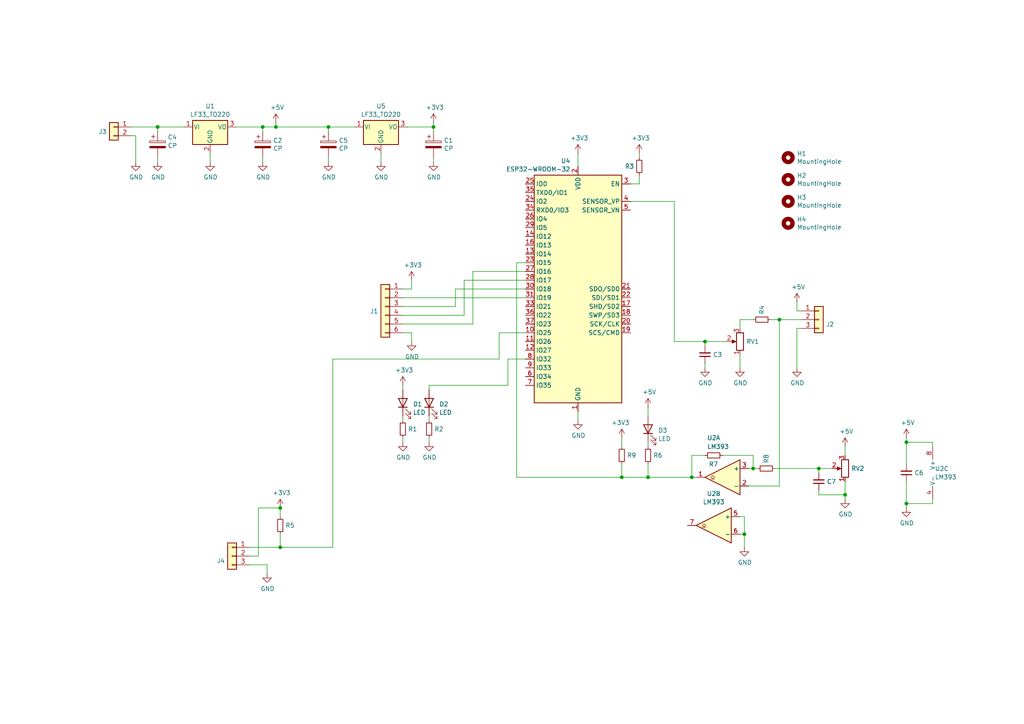
<source format=kicad_sch>
(kicad_sch (version 20230121) (generator eeschema)
  (paper "A4")
  (lib_symbols
    (symbol "Comparator:LM393" (pin_names (offset 0.127))
      (property "Reference" "U" (at 3.81 3.81 0))
      (property "Value" "LM393" (at 6.35 -3.81 0))
      (symbol "LM393_1_1"
        (polyline (pts (xy -5.08 5.08) (xy 5.08 0) (xy -5.08 -5.08) (xy -5.08 5.08)) (stroke (width 0.254)) (fill (type background)))
        (polyline (pts (xy 3.302 -0.508) (xy 2.794 -0.508) (xy 3.302 0) (xy 2.794 0.508) (xy 2.286 0) (xy 2.794 -0.508) (xy 2.286 -0.508)) (stroke (width 0.127)))
        (pin open_collector line (at 7.62 0 180) (length 2.54) (name "~") (number "1"))
        (pin input line (at -7.62 -2.54 0) (length 2.54) (name "-") (number "2"))
        (pin input line (at -7.62 2.54 0) (length 2.54) (name "+") (number "3"))
      )
      (symbol "LM393_2_1"
        (polyline (pts (xy -5.08 5.08) (xy 5.08 0) (xy -5.08 -5.08) (xy -5.08 5.08)) (stroke (width 0.254)) (fill (type background)))
        (polyline (pts (xy 3.302 -0.508) (xy 2.794 -0.508) (xy 3.302 0) (xy 2.794 0.508) (xy 2.286 0) (xy 2.794 -0.508) (xy 2.286 -0.508)) (stroke (width 0.127)))
        (pin input line (at -7.62 2.54 0) (length 2.54) (name "+") (number "5"))
        (pin input line (at -7.62 -2.54 0) (length 2.54) (name "-") (number "6"))
        (pin open_collector line (at 7.62 0 180) (length 2.54) (name "~") (number "7"))
      )
      (symbol "LM393_3_1"
        (pin power_in line (at -2.54 -7.62 90) (length 3.81) (name "V-") (number "4"))
        (pin power_in line (at -2.54 7.62 270) (length 3.81) (name "V+") (number "8"))
      )
    )
    (symbol "Connector_Generic:Conn_01x02" (pin_names (offset 1.016) hide)
      (property "Reference" "J" (at 0 2.54 0))
      (property "Value" "Conn_01x02" (at 0 -5.08 0))
      (symbol "Conn_01x02_1_1"
        (rectangle (start -1.27 -2.413) (end 0 -2.667) (stroke (width 0.1524)))
        (rectangle (start -1.27 0.127) (end 0 -0.127) (stroke (width 0.1524)))
        (rectangle (start -1.27 1.27) (end 1.27 -3.81) (stroke (width 0.254)) (fill (type background)))
        (pin passive line (at -5.08 0 0) (length 3.81) (name "Pin_1") (number "1"))
        (pin passive line (at -5.08 -2.54 0) (length 3.81) (name "Pin_2") (number "2"))
      )
    )
    (symbol "Connector_Generic:Conn_01x03" (pin_names (offset 1.016) hide)
      (property "Reference" "J" (at 0 5.08 0))
      (property "Value" "Conn_01x03" (at 0 -5.08 0))
      (symbol "Conn_01x03_1_1"
        (rectangle (start -1.27 -2.413) (end 0 -2.667) (stroke (width 0.1524)))
        (rectangle (start -1.27 0.127) (end 0 -0.127) (stroke (width 0.1524)))
        (rectangle (start -1.27 2.667) (end 0 2.413) (stroke (width 0.1524)))
        (rectangle (start -1.27 3.81) (end 1.27 -3.81) (stroke (width 0.254)) (fill (type background)))
        (pin passive line (at -5.08 2.54 0) (length 3.81) (name "Pin_1") (number "1"))
        (pin passive line (at -5.08 0 0) (length 3.81) (name "Pin_2") (number "2"))
        (pin passive line (at -5.08 -2.54 0) (length 3.81) (name "Pin_3") (number "3"))
      )
    )
    (symbol "Connector_Generic:Conn_01x06" (pin_names (offset 1.016) hide)
      (property "Reference" "J" (at 0 7.62 0))
      (property "Value" "Conn_01x06" (at 0 -10.16 0))
      (symbol "Conn_01x06_1_1"
        (rectangle (start -1.27 -7.493) (end 0 -7.747) (stroke (width 0.1524)))
        (rectangle (start -1.27 -4.953) (end 0 -5.207) (stroke (width 0.1524)))
        (rectangle (start -1.27 -2.413) (end 0 -2.667) (stroke (width 0.1524)))
        (rectangle (start -1.27 0.127) (end 0 -0.127) (stroke (width 0.1524)))
        (rectangle (start -1.27 2.667) (end 0 2.413) (stroke (width 0.1524)))
        (rectangle (start -1.27 5.207) (end 0 4.953) (stroke (width 0.1524)))
        (rectangle (start -1.27 6.35) (end 1.27 -8.89) (stroke (width 0.254)) (fill (type background)))
        (pin passive line (at -5.08 5.08 0) (length 3.81) (name "Pin_1") (number "1"))
        (pin passive line (at -5.08 2.54 0) (length 3.81) (name "Pin_2") (number "2"))
        (pin passive line (at -5.08 0 0) (length 3.81) (name "Pin_3") (number "3"))
        (pin passive line (at -5.08 -2.54 0) (length 3.81) (name "Pin_4") (number "4"))
        (pin passive line (at -5.08 -5.08 0) (length 3.81) (name "Pin_5") (number "5"))
        (pin passive line (at -5.08 -7.62 0) (length 3.81) (name "Pin_6") (number "6"))
      )
    )
    (symbol "Device:CP" (pin_numbers hide) (pin_names (offset 0.254))
      (property "Reference" "C" (at 0.635 2.54 0))
      (property "Value" "Device_CP" (at 0.635 -2.54 0))
      (symbol "CP_0_1"
        (rectangle (start -2.286 0.508) (end 2.286 1.016))
        (polyline (pts (xy -1.778 2.286) (xy -0.762 2.286)))
        (polyline (pts (xy -1.27 2.794) (xy -1.27 1.778)))
        (rectangle (start 2.286 -0.508) (end -2.286 -1.016) (fill (type outline)))
      )
      (symbol "CP_1_1"
        (pin passive line (at 0 3.81 270) (length 2.794) (name "~") (number "1"))
        (pin passive line (at 0 -3.81 90) (length 2.794) (name "~") (number "2"))
      )
    )
    (symbol "Device:C_Polarized" (pin_numbers hide) (pin_names (offset 0.254))
      (property "Reference" "C" (at 0.635 2.54 0))
      (property "Value" "C_Polarized" (at 0.635 -2.54 0))
      (symbol "C_Polarized_0_1"
        (rectangle (start -2.286 0.508) (end 2.286 1.016))
        (polyline (pts (xy -1.778 2.286) (xy -0.762 2.286)))
        (polyline (pts (xy -1.27 2.794) (xy -1.27 1.778)))
        (rectangle (start 2.286 -0.508) (end -2.286 -1.016) (fill (type outline)))
      )
      (symbol "C_Polarized_1_1"
        (pin passive line (at 0 3.81 270) (length 2.794) (name "~") (number "1"))
        (pin passive line (at 0 -3.81 90) (length 2.794) (name "~") (number "2"))
      )
    )
    (symbol "Device:C_Small" (pin_numbers hide) (pin_names (offset 0.254) hide)
      (property "Reference" "C" (at 0.254 1.778 0))
      (property "Value" "C_Small" (at 0.254 -2.032 0))
      (symbol "C_Small_0_1"
        (polyline (pts (xy -1.524 -0.508) (xy 1.524 -0.508)) (stroke (width 0.3302)))
        (polyline (pts (xy -1.524 0.508) (xy 1.524 0.508)) (stroke (width 0.3048)))
      )
      (symbol "C_Small_1_1"
        (pin passive line (at 0 2.54 270) (length 2.032) (name "~") (number "1"))
        (pin passive line (at 0 -2.54 90) (length 2.032) (name "~") (number "2"))
      )
    )
    (symbol "Device:LED" (pin_numbers hide) (pin_names (offset 1.016) hide)
      (property "Reference" "D" (at 0 2.54 0))
      (property "Value" "LED" (at 0 -2.54 0))
      (symbol "LED_0_1"
        (polyline (pts (xy -1.27 -1.27) (xy -1.27 1.27)) (stroke (width 0.254)))
        (polyline (pts (xy -1.27 0) (xy 1.27 0)))
        (polyline (pts (xy 1.27 -1.27) (xy 1.27 1.27) (xy -1.27 0) (xy 1.27 -1.27)) (stroke (width 0.254)))
        (polyline (pts (xy -3.048 -0.762) (xy -4.572 -2.286) (xy -3.81 -2.286) (xy -4.572 -2.286) (xy -4.572 -1.524)))
        (polyline (pts (xy -1.778 -0.762) (xy -3.302 -2.286) (xy -2.54 -2.286) (xy -3.302 -2.286) (xy -3.302 -1.524)))
      )
      (symbol "LED_1_1"
        (pin passive line (at -3.81 0 0) (length 2.54) (name "K") (number "1"))
        (pin passive line (at 3.81 0 180) (length 2.54) (name "A") (number "2"))
      )
    )
    (symbol "Device:R_Potentiometer" (pin_names (offset 1.016) hide)
      (property "Reference" "RV" (at -4.445 0 90))
      (property "Value" "R_Potentiometer" (at -2.54 0 90))
      (symbol "R_Potentiometer_0_1"
        (polyline (pts (xy 2.54 0) (xy 1.524 0)))
        (polyline (pts (xy 1.143 0) (xy 2.286 0.508) (xy 2.286 -0.508) (xy 1.143 0)) (fill (type outline)))
        (rectangle (start 1.016 2.54) (end -1.016 -2.54) (stroke (width 0.254)))
      )
      (symbol "R_Potentiometer_1_1"
        (pin passive line (at 0 3.81 270) (length 1.27) (name "1") (number "1"))
        (pin passive line (at 3.81 0 180) (length 1.27) (name "2") (number "2"))
        (pin passive line (at 0 -3.81 90) (length 1.27) (name "3") (number "3"))
      )
    )
    (symbol "Device:R_Small" (pin_numbers hide) (pin_names (offset 0.254) hide)
      (property "Reference" "R" (at 0.762 0.508 0))
      (property "Value" "R_Small" (at 0.762 -1.016 0))
      (symbol "R_Small_0_1"
        (rectangle (start -0.762 1.778) (end 0.762 -1.778) (stroke (width 0.2032)))
      )
      (symbol "R_Small_1_1"
        (pin passive line (at 0 2.54 270) (length 0.762) (name "~") (number "1"))
        (pin passive line (at 0 -2.54 90) (length 0.762) (name "~") (number "2"))
      )
    )
    (symbol "Mechanical:MountingHole" (pin_names (offset 1.016))
      (property "Reference" "H" (at 0 5.08 0))
      (property "Value" "MountingHole" (at 0 3.175 0))
      (symbol "MountingHole_0_1"
        (circle (center 0 0) (radius 1.27) (stroke (width 1.27)))
      )
    )
    (symbol "RF_Module:ESP32-WROOM-32"
      (property "Reference" "U" (at -12.7 34.29 0))
      (property "Value" "ESP32-WROOM-32" (at 1.27 34.29 0))
      (symbol "ESP32-WROOM-32_0_1"
        (rectangle (start -12.7 33.02) (end 12.7 -33.02) (stroke (width 0.254)) (fill (type background)))
      )
      (symbol "ESP32-WROOM-32_1_1"
        (pin power_in line (at 0 -35.56 90) (length 2.54) (name "GND") (number "1"))
        (pin bidirectional line (at 15.24 -12.7 180) (length 2.54) (name "IO25") (number "10"))
        (pin bidirectional line (at 15.24 -15.24 180) (length 2.54) (name "IO26") (number "11"))
        (pin bidirectional line (at 15.24 -17.78 180) (length 2.54) (name "IO27") (number "12"))
        (pin bidirectional line (at 15.24 10.16 180) (length 2.54) (name "IO14") (number "13"))
        (pin bidirectional line (at 15.24 15.24 180) (length 2.54) (name "IO12") (number "14"))
        (pin passive line (at 0 -35.56 90) (length 2.54) hide (name "GND") (number "15"))
        (pin bidirectional line (at 15.24 12.7 180) (length 2.54) (name "IO13") (number "16"))
        (pin bidirectional line (at -15.24 -5.08 0) (length 2.54) (name "SHD/SD2") (number "17"))
        (pin bidirectional line (at -15.24 -7.62 0) (length 2.54) (name "SWP/SD3") (number "18"))
        (pin bidirectional line (at -15.24 -12.7 0) (length 2.54) (name "SCS/CMD") (number "19"))
        (pin power_in line (at 0 35.56 270) (length 2.54) (name "VDD") (number "2"))
        (pin bidirectional line (at -15.24 -10.16 0) (length 2.54) (name "SCK/CLK") (number "20"))
        (pin bidirectional line (at -15.24 0 0) (length 2.54) (name "SDO/SD0") (number "21"))
        (pin bidirectional line (at -15.24 -2.54 0) (length 2.54) (name "SDI/SD1") (number "22"))
        (pin bidirectional line (at 15.24 7.62 180) (length 2.54) (name "IO15") (number "23"))
        (pin bidirectional line (at 15.24 25.4 180) (length 2.54) (name "IO2") (number "24"))
        (pin bidirectional line (at 15.24 30.48 180) (length 2.54) (name "IO0") (number "25"))
        (pin bidirectional line (at 15.24 20.32 180) (length 2.54) (name "IO4") (number "26"))
        (pin bidirectional line (at 15.24 5.08 180) (length 2.54) (name "IO16") (number "27"))
        (pin bidirectional line (at 15.24 2.54 180) (length 2.54) (name "IO17") (number "28"))
        (pin bidirectional line (at 15.24 17.78 180) (length 2.54) (name "IO5") (number "29"))
        (pin input line (at -15.24 30.48 0) (length 2.54) (name "EN") (number "3"))
        (pin bidirectional line (at 15.24 0 180) (length 2.54) (name "IO18") (number "30"))
        (pin bidirectional line (at 15.24 -2.54 180) (length 2.54) (name "IO19") (number "31"))
        (pin no_connect line (at -12.7 -27.94 0) (length 2.54) hide (name "NC") (number "32"))
        (pin bidirectional line (at 15.24 -5.08 180) (length 2.54) (name "IO21") (number "33"))
        (pin bidirectional line (at 15.24 22.86 180) (length 2.54) (name "RXD0/IO3") (number "34"))
        (pin bidirectional line (at 15.24 27.94 180) (length 2.54) (name "TXD0/IO1") (number "35"))
        (pin bidirectional line (at 15.24 -7.62 180) (length 2.54) (name "IO22") (number "36"))
        (pin bidirectional line (at 15.24 -10.16 180) (length 2.54) (name "IO23") (number "37"))
        (pin passive line (at 0 -35.56 90) (length 2.54) hide (name "GND") (number "38"))
        (pin passive line (at 0 -35.56 90) (length 2.54) hide (name "GND") (number "39"))
        (pin input line (at -15.24 25.4 0) (length 2.54) (name "SENSOR_VP") (number "4"))
        (pin input line (at -15.24 22.86 0) (length 2.54) (name "SENSOR_VN") (number "5"))
        (pin input line (at 15.24 -25.4 180) (length 2.54) (name "IO34") (number "6"))
        (pin input line (at 15.24 -27.94 180) (length 2.54) (name "IO35") (number "7"))
        (pin bidirectional line (at 15.24 -20.32 180) (length 2.54) (name "IO32") (number "8"))
        (pin bidirectional line (at 15.24 -22.86 180) (length 2.54) (name "IO33") (number "9"))
      )
    )
    (symbol "Regulator_Linear:LF33_TO220" (pin_names (offset 0.254))
      (property "Reference" "U" (at -3.81 3.175 0))
      (property "Value" "LF33_TO220" (at 0 3.175 0))
      (symbol "LF33_TO220_0_1"
        (rectangle (start -5.08 1.905) (end 5.08 -5.08) (stroke (width 0.254)) (fill (type background)))
      )
      (symbol "LF33_TO220_1_1"
        (pin power_in line (at -7.62 0 0) (length 2.54) (name "VI") (number "1"))
        (pin power_in line (at 0 -7.62 90) (length 2.54) (name "GND") (number "2"))
        (pin power_out line (at 7.62 0 180) (length 2.54) (name "VO") (number "3"))
      )
    )
    (symbol "power:+3V3" (power) (pin_names (offset 0))
      (property "Value" "+3V3" (at 0 3.556 0))
      (symbol "+3V3_0_1"
        (polyline (pts (xy -0.762 1.27) (xy 0 2.54)))
        (polyline (pts (xy 0 0) (xy 0 2.54)))
        (polyline (pts (xy 0 2.54) (xy 0.762 1.27)))
      )
      (symbol "+3V3_1_1"
        (pin power_in line (at 0 0 90) (length 0) hide (name "+3V3") (number "1"))
      )
    )
    (symbol "power:+5V" (power) (pin_names (offset 0))
      (property "Value" "+5V" (at 0 3.556 0))
      (symbol "+5V_0_1"
        (polyline (pts (xy -0.762 1.27) (xy 0 2.54)))
        (polyline (pts (xy 0 0) (xy 0 2.54)))
        (polyline (pts (xy 0 2.54) (xy 0.762 1.27)))
      )
      (symbol "+5V_1_1"
        (pin power_in line (at 0 0 90) (length 0) hide (name "+5V") (number "1"))
      )
    )
    (symbol "power:GND" (power) (pin_names (offset 0))
      (property "Value" "GND" (at 0 -3.81 0))
      (symbol "GND_0_1"
        (polyline (pts (xy 0 0) (xy 0 -1.27) (xy 1.27 -1.27) (xy 0 -2.54) (xy -1.27 -1.27) (xy 0 -1.27)))
      )
      (symbol "GND_1_1"
        (pin power_in line (at 0 0 270) (length 0) hide (name "GND") (number "1"))
      )
    )
  )
  (junction (at 95.25 36.83))
  (junction (at 125.73 36.83))
  (junction (at 226.06 92.71))
  (junction (at 200.66 138.43))
  (junction (at 204.47 99.06))
  (junction (at 45.72 36.83))
  (junction (at 76.2 36.83))
  (junction (at 81.28 147.32))
  (junction (at 237.49 135.89))
  (junction (at 245.11 143.51))
  (junction (at 81.28 158.75))
  (junction (at 80.01 36.83))
  (junction (at 218.44 135.89))
  (junction (at 180.34 138.43))
  (junction (at 262.89 146.05))
  (junction (at 187.96 138.43))
  (junction (at 215.9 154.94))
  (junction (at 262.89 128.27))
  (wire (pts (xy 137.16 78.74) (xy 152.4 78.74)))
  (wire (pts (xy 134.62 91.44) (xy 134.62 81.28)))
  (wire (pts (xy 81.28 158.75) (xy 96.52 158.75)))
  (wire (pts (xy 245.11 143.51) (xy 245.11 144.78)))
  (wire (pts (xy 77.47 163.83) (xy 77.47 166.37)))
  (wire (pts (xy 116.84 96.52) (xy 119.38 96.52)))
  (wire (pts (xy 185.42 50.8) (xy 185.42 53.34)))
  (wire (pts (xy 147.32 104.14) (xy 147.32 111.76)))
  (wire (pts (xy 144.78 96.52) (xy 144.78 104.14)))
  (wire (pts (xy 95.25 45.72) (xy 95.25 46.99)))
  (wire (pts (xy 96.52 104.14) (xy 96.52 158.75)))
  (wire (pts (xy 185.42 53.34) (xy 182.88 53.34)))
  (wire (pts (xy 147.32 111.76) (xy 124.46 111.76)))
  (wire (pts (xy 39.37 39.37) (xy 38.1 39.37)))
  (wire (pts (xy 118.11 36.83) (xy 125.73 36.83)))
  (wire (pts (xy 245.11 139.7) (xy 245.11 143.51)))
  (wire (pts (xy 231.14 87.63) (xy 231.14 90.17)))
  (wire (pts (xy 270.51 146.05) (xy 270.51 144.78)))
  (wire (pts (xy 214.63 95.25) (xy 214.63 92.71)))
  (wire (pts (xy 209.55 132.08) (xy 218.44 132.08)))
  (wire (pts (xy 231.14 90.17) (xy 232.41 90.17)))
  (wire (pts (xy 226.06 140.97) (xy 217.17 140.97)))
  (wire (pts (xy 270.51 128.27) (xy 270.51 129.54)))
  (wire (pts (xy 110.49 44.45) (xy 110.49 46.99)))
  (wire (pts (xy 72.39 163.83) (xy 77.47 163.83)))
  (wire (pts (xy 95.25 36.83) (xy 80.01 36.83)))
  (wire (pts (xy 76.2 45.72) (xy 76.2 46.99)))
  (wire (pts (xy 124.46 120.65) (xy 124.46 121.92)))
  (wire (pts (xy 116.84 88.9) (xy 132.08 88.9)))
  (wire (pts (xy 134.62 81.28) (xy 152.4 81.28)))
  (wire (pts (xy 68.58 36.83) (xy 76.2 36.83)))
  (wire (pts (xy 245.11 129.54) (xy 245.11 132.08)))
  (wire (pts (xy 218.44 135.89) (xy 219.71 135.89)))
  (wire (pts (xy 74.93 147.32) (xy 81.28 147.32)))
  (wire (pts (xy 204.47 99.06) (xy 204.47 100.33)))
  (wire (pts (xy 214.63 92.71) (xy 218.44 92.71)))
  (wire (pts (xy 204.47 105.41) (xy 204.47 106.68)))
  (wire (pts (xy 144.78 104.14) (xy 96.52 104.14)))
  (wire (pts (xy 262.89 128.27) (xy 262.89 134.62)))
  (wire (pts (xy 116.84 111.76) (xy 116.84 113.03)))
  (wire (pts (xy 204.47 132.08) (xy 200.66 132.08)))
  (wire (pts (xy 262.89 128.27) (xy 270.51 128.27)))
  (wire (pts (xy 185.42 44.45) (xy 185.42 45.72)))
  (wire (pts (xy 125.73 36.83) (xy 125.73 38.1)))
  (wire (pts (xy 72.39 161.29) (xy 74.93 161.29)))
  (wire (pts (xy 226.06 92.71) (xy 232.41 92.71)))
  (wire (pts (xy 116.84 120.65) (xy 116.84 121.92)))
  (wire (pts (xy 76.2 36.83) (xy 80.01 36.83)))
  (wire (pts (xy 237.49 143.51) (xy 245.11 143.51)))
  (wire (pts (xy 38.1 36.83) (xy 45.72 36.83)))
  (wire (pts (xy 187.96 134.62) (xy 187.96 138.43)))
  (wire (pts (xy 45.72 36.83) (xy 45.72 38.1)))
  (wire (pts (xy 116.84 91.44) (xy 134.62 91.44)))
  (wire (pts (xy 262.89 146.05) (xy 270.51 146.05)))
  (wire (pts (xy 124.46 127) (xy 124.46 128.27)))
  (wire (pts (xy 218.44 132.08) (xy 218.44 135.89)))
  (wire (pts (xy 215.9 158.75) (xy 215.9 154.94)))
  (wire (pts (xy 237.49 142.24) (xy 237.49 143.51)))
  (wire (pts (xy 214.63 102.87) (xy 214.63 106.68)))
  (wire (pts (xy 132.08 83.82) (xy 132.08 88.9)))
  (wire (pts (xy 152.4 104.14) (xy 147.32 104.14)))
  (wire (pts (xy 60.96 44.45) (xy 60.96 46.99)))
  (wire (pts (xy 72.39 158.75) (xy 81.28 158.75)))
  (wire (pts (xy 231.14 95.25) (xy 232.41 95.25)))
  (wire (pts (xy 200.66 138.43) (xy 201.93 138.43)))
  (wire (pts (xy 119.38 83.82) (xy 116.84 83.82)))
  (wire (pts (xy 152.4 83.82) (xy 132.08 83.82)))
  (wire (pts (xy 125.73 45.72) (xy 125.73 46.99)))
  (wire (pts (xy 262.89 127) (xy 262.89 128.27)))
  (wire (pts (xy 215.9 149.86) (xy 215.9 154.94)))
  (wire (pts (xy 167.64 44.45) (xy 167.64 48.26)))
  (wire (pts (xy 152.4 96.52) (xy 144.78 96.52)))
  (wire (pts (xy 102.87 36.83) (xy 95.25 36.83)))
  (wire (pts (xy 182.88 58.42) (xy 195.58 58.42)))
  (wire (pts (xy 137.16 78.74) (xy 137.16 93.98)))
  (wire (pts (xy 80.01 36.83) (xy 80.01 35.56)))
  (wire (pts (xy 241.3 135.89) (xy 237.49 135.89)))
  (wire (pts (xy 149.86 138.43) (xy 180.34 138.43)))
  (wire (pts (xy 124.46 111.76) (xy 124.46 113.03)))
  (wire (pts (xy 223.52 92.71) (xy 226.06 92.71)))
  (wire (pts (xy 226.06 92.71) (xy 226.06 140.97)))
  (wire (pts (xy 204.47 99.06) (xy 210.82 99.06)))
  (wire (pts (xy 224.79 135.89) (xy 237.49 135.89)))
  (wire (pts (xy 167.64 121.92) (xy 167.64 119.38)))
  (wire (pts (xy 180.34 138.43) (xy 187.96 138.43)))
  (wire (pts (xy 187.96 128.27) (xy 187.96 129.54)))
  (wire (pts (xy 45.72 36.83) (xy 53.34 36.83)))
  (wire (pts (xy 81.28 147.32) (xy 81.28 149.86)))
  (wire (pts (xy 195.58 99.06) (xy 204.47 99.06)))
  (wire (pts (xy 187.96 138.43) (xy 200.66 138.43)))
  (wire (pts (xy 214.63 149.86) (xy 215.9 149.86)))
  (wire (pts (xy 116.84 86.36) (xy 152.4 86.36)))
  (wire (pts (xy 200.66 132.08) (xy 200.66 138.43)))
  (wire (pts (xy 45.72 45.72) (xy 45.72 46.99)))
  (wire (pts (xy 95.25 36.83) (xy 95.25 38.1)))
  (wire (pts (xy 76.2 36.83) (xy 76.2 38.1)))
  (wire (pts (xy 215.9 154.94) (xy 214.63 154.94)))
  (wire (pts (xy 137.16 93.98) (xy 116.84 93.98)))
  (wire (pts (xy 74.93 147.32) (xy 74.93 161.29)))
  (wire (pts (xy 39.37 46.99) (xy 39.37 39.37)))
  (wire (pts (xy 180.34 134.62) (xy 180.34 138.43)))
  (wire (pts (xy 187.96 118.11) (xy 187.96 120.65)))
  (wire (pts (xy 149.86 76.2) (xy 149.86 138.43)))
  (wire (pts (xy 231.14 106.68) (xy 231.14 95.25)))
  (wire (pts (xy 217.17 135.89) (xy 218.44 135.89)))
  (wire (pts (xy 237.49 135.89) (xy 237.49 137.16)))
  (wire (pts (xy 125.73 35.56) (xy 125.73 36.83)))
  (wire (pts (xy 195.58 58.42) (xy 195.58 99.06)))
  (wire (pts (xy 180.34 127) (xy 180.34 129.54)))
  (wire (pts (xy 119.38 81.28) (xy 119.38 83.82)))
  (wire (pts (xy 262.89 139.7) (xy 262.89 146.05)))
  (wire (pts (xy 81.28 158.75) (xy 81.28 154.94)))
  (wire (pts (xy 262.89 147.32) (xy 262.89 146.05)))
  (wire (pts (xy 149.86 76.2) (xy 152.4 76.2)))
  (wire (pts (xy 119.38 96.52) (xy 119.38 99.06)))
  (wire (pts (xy 116.84 127) (xy 116.84 128.27)))
  (symbol (lib_id "power:GND") (at 167.64 121.92 0) (unit 1)
    (property "Reference" "#PWR026" (effects hide))
    (property "Value" "GND" (at 167.767 126.3142 0))
  )
  (symbol (lib_id "Mechanical:MountingHole") (at 228.6 45.72 0) (unit 1)
    (property "Reference" "H1" (at 231.14 44.5516 0) (effects (justify left)))
    (property "Value" "MountingHole" (at 231.14 46.863 0) (effects (justify left)))
    (property "Footprint" "MountingHole:MountingHole_3.2mm_M3_Pad_Via" (effects hide))
  )
  (symbol (lib_id "Mechanical:MountingHole") (at 228.6 52.07 0) (unit 1)
    (property "Reference" "H2" (at 231.14 50.9016 0) (effects (justify left)))
    (property "Value" "MountingHole" (at 231.14 53.213 0) (effects (justify left)))
    (property "Footprint" "MountingHole:MountingHole_3.2mm_M3_Pad_Via" (effects hide))
  )
  (symbol (lib_id "Mechanical:MountingHole") (at 228.6 58.42 0) (unit 1)
    (property "Reference" "H3" (at 231.14 57.2516 0) (effects (justify left)))
    (property "Value" "MountingHole" (at 231.14 59.563 0) (effects (justify left)))
    (property "Footprint" "MountingHole:MountingHole_3.2mm_M3_Pad_Via" (effects hide))
  )
  (symbol (lib_id "Mechanical:MountingHole") (at 228.6 64.77 0) (unit 1)
    (property "Reference" "H4" (at 231.14 63.6016 0) (effects (justify left)))
    (property "Value" "MountingHole" (at 231.14 65.913 0) (effects (justify left)))
    (property "Footprint" "MountingHole:MountingHole_3.2mm_M3_Pad_Via" (effects hide))
  )
  (symbol (lib_id "Device:R_Small") (at 116.84 124.46 0) (unit 1)
    (property "Reference" "R1" (at 118.3386 124.46 0) (effects (justify left)))
    (property "Value" "R_Small" (effects hide))
    (property "Footprint" "Resistor_THT:R_Axial_DIN0207_L6.3mm_D2.5mm_P10.16mm_Horizontal" (effects hide))
  )
  (symbol (lib_id "power:GND") (at 60.96 46.99 0) (unit 1)
    (property "Reference" "#PWR05" (effects hide))
    (property "Value" "GND" (at 61.087 51.3842 0))
  )
  (symbol (lib_id "power:GND") (at 39.37 46.99 0) (unit 1)
    (property "Reference" "#PWR021" (effects hide))
    (property "Value" "GND" (at 39.497 51.3842 0))
  )
  (symbol (lib_id "Connector_Generic:Conn_01x06") (at 111.76 88.9 0) (mirror y) (unit 1)
    (property "Reference" "J1" (at 109.728 90.2716 0) (effects (justify left)))
    (property "Value" "Conn_01x04" (effects hide))
    (property "Footprint" "Connector_JST:JST_XH_B6B-XH-A_1x06_P2.50mm_Vertical" (effects hide))
  )
  (symbol (lib_id "Regulator_Linear:LF33_TO220") (at 110.49 36.83 0) (unit 1)
    (property "Reference" "U5" (at 110.49 30.7807 0))
    (property "Value" "LF33_TO220" (at 110.49 33.2049 0))
    (property "Footprint" "Package_TO_SOT_THT:TO-220-3_Vertical" (effects hide))
    (property "Datasheet" "http://www.st.com/content/ccc/resource/technical/document/datasheet/c4/0e/7e/2a/be/bc/4c/bd/CD00000546.pdf/files/CD00000546.pdf/jcr:content/translations/en.CD00000546.pdf" (effects hide))
  )
  (symbol (lib_id "Device:CP") (at 95.25 41.91 0) (unit 1)
    (property "Reference" "C5" (at 98.2472 40.7416 0) (effects (justify left)))
    (property "Value" "CP" (at 98.2472 43.053 0) (effects (justify left)))
    (property "Footprint" "Capacitor_THT:CP_Radial_D8.0mm_P2.50mm" (effects hide))
  )
  (symbol (lib_id "Regulator_Linear:LF33_TO220") (at 60.96 36.83 0) (unit 1)
    (property "Reference" "U1" (at 60.96 30.7807 0))
    (property "Value" "LF33_TO220" (at 60.96 33.2049 0))
    (property "Footprint" "Package_TO_SOT_THT:TO-220-3_Vertical" (effects hide))
    (property "Datasheet" "http://www.st.com/content/ccc/resource/technical/document/datasheet/c4/0e/7e/2a/be/bc/4c/bd/CD00000546.pdf/files/CD00000546.pdf/jcr:content/translations/en.CD00000546.pdf" (effects hide))
  )
  (symbol (lib_id "power:GND") (at 215.9 158.75 0) (unit 1)
    (property "Reference" "#PWR030" (effects hide))
    (property "Value" "GND" (at 216.027 163.1442 0))
  )
  (symbol (lib_id "Device:R_Small") (at 207.01 132.08 90) (unit 1)
    (property "Reference" "R7" (at 208.28 134.62 90) (effects (justify left)))
    (property "Value" "R_Small" (effects hide))
    (property "Footprint" "Resistor_THT:R_Axial_DIN0207_L6.3mm_D2.5mm_P10.16mm_Horizontal" (effects hide))
  )
  (symbol (lib_id "power:+3V3") (at 125.73 35.56 0) (unit 1)
    (property "Reference" "#PWR012" (effects hide))
    (property "Value" "+3V3" (at 126.111 31.1658 0))
  )
  (symbol (lib_id "Device:R_Small") (at 222.25 135.89 90) (unit 1)
    (property "Reference" "R8" (at 222.25 134.3914 0) (effects (justify left)))
    (property "Value" "R_Small" (effects hide))
    (property "Footprint" "Resistor_THT:R_Axial_DIN0207_L6.3mm_D2.5mm_P10.16mm_Horizontal" (effects hide))
  )
  (symbol (lib_id "power:GND") (at 45.72 46.99 0) (unit 1)
    (property "Reference" "#PWR09" (effects hide))
    (property "Value" "GND" (at 45.847 51.3842 0))
  )
  (symbol (lib_id "power:GND") (at 119.38 99.06 0) (unit 1)
    (property "Reference" "#PWR02" (effects hide))
    (property "Value" "GND" (at 119.507 103.4542 0))
  )
  (symbol (lib_id "Device:C_Polarized") (at 45.72 41.91 0) (unit 1)
    (property "Reference" "C4" (at 48.641 39.8089 0) (effects (justify left)))
    (property "Value" "CP" (at 48.641 42.2331 0) (effects (justify left)))
    (property "Footprint" "Capacitor_THT:CP_Radial_D10.0mm_P2.50mm_P5.00mm" (effects hide))
  )
  (symbol (lib_id "power:+3V3") (at 185.42 44.45 0) (unit 1)
    (property "Reference" "#PWR016" (effects hide))
    (property "Value" "+3V3" (at 185.801 40.0558 0))
  )
  (symbol (lib_id "Device:R_Small") (at 220.98 92.71 90) (unit 1)
    (property "Reference" "R4" (at 220.98 91.2114 0) (effects (justify left)))
    (property "Value" "R_Small" (effects hide))
    (property "Footprint" "Resistor_THT:R_Axial_DIN0207_L6.3mm_D2.5mm_P10.16mm_Horizontal" (effects hide))
  )
  (symbol (lib_id "power:GND") (at 116.84 128.27 0) (unit 1)
    (property "Reference" "#PWR013" (effects hide))
    (property "Value" "GND" (at 116.967 132.6642 0))
  )
  (symbol (lib_id "power:+5V") (at 262.89 127 0) (unit 1)
    (property "Reference" "#PWR023" (effects hide))
    (property "Value" "+5V" (at 263.271 122.6058 0))
  )
  (symbol (lib_id "Connector_Generic:Conn_01x02") (at 33.02 36.83 0) (mirror y) (unit 1)
    (property "Reference" "J3" (at 30.988 38.2016 0) (effects (justify left)))
    (property "Value" "Conn_01x02" (effects hide))
    (property "Footprint" "custom:WE 691411410002 - 2 Pin Wire-To-Board Terminal Block" (effects hide))
  )
  (symbol (lib_id "Device:C_Small") (at 204.47 102.87 180) (unit 1)
    (property "Reference" "C3" (at 206.7941 102.8636 0) (effects (justify right)))
    (property "Value" "C_Small" (effects hide))
    (property "Footprint" "Capacitor_SMD:C_1206_3216Metric_Pad1.33x1.80mm_HandSolder" (effects hide))
  )
  (symbol (lib_id "Comparator:LM393") (at 273.05 137.16 0) (unit 3)
    (property "Reference" "U2" (at 271.145 135.9479 0) (effects (justify left)))
    (property "Value" "LM393" (at 271.145 138.3721 0) (effects (justify left)))
    (property "Footprint" "Package_SO:SO-8_5.3x6.2mm_P1.27mm" (effects hide))
    (property "Datasheet" "http://www.ti.com/lit/ds/symlink/lm393.pdf" (effects hide))
  )
  (symbol (lib_id "Device:R_Potentiometer") (at 214.63 99.06 180) (unit 1)
    (property "Reference" "RV1" (at 216.408 99.06 0) (effects (justify right)))
    (property "Value" "R_Potentiometer" (effects hide))
    (property "Footprint" "Potentiometer_THT:Potentiometer_Bourns_3299Y_Vertical" (effects hide))
  )
  (symbol (lib_id "power:GND") (at 110.49 46.99 0) (unit 1)
    (property "Reference" "#PWR010" (effects hide))
    (property "Value" "GND" (at 110.617 51.3842 0))
  )
  (symbol (lib_id "Comparator:LM393") (at 207.01 152.4 0) (mirror y) (unit 2)
    (property "Reference" "U2" (at 207.01 143.1757 0))
    (property "Value" "LM393" (at 207.01 145.5999 0))
    (property "Footprint" "Package_SO:SO-8_5.3x6.2mm_P1.27mm" (effects hide))
    (property "Datasheet" "http://www.ti.com/lit/ds/symlink/lm393.pdf" (effects hide))
  )
  (symbol (lib_id "Device:R_Small") (at 81.28 152.4 0) (unit 1)
    (property "Reference" "R5" (at 82.7786 152.4 0) (effects (justify left)))
    (property "Value" "R_Small" (effects hide))
    (property "Footprint" "Resistor_THT:R_Axial_DIN0207_L6.3mm_D2.5mm_P10.16mm_Horizontal" (effects hide))
  )
  (symbol (lib_id "RF_Module:ESP32-WROOM-32") (at 167.64 83.82 0) (mirror y) (unit 1)
    (property "Reference" "U4" (at 165.4459 46.6557 0) (effects (justify left)))
    (property "Value" "ESP32-WROOM-32" (at 165.4459 49.0799 0) (effects (justify left)))
    (property "Footprint" "RF_Module:ESP32-WROOM-32" (effects hide))
    (property "Datasheet" "https://www.espressif.com/sites/default/files/documentation/esp32-wroom-32_datasheet_en.pdf" (effects hide))
  )
  (symbol (lib_id "Device:R_Small") (at 124.46 124.46 0) (unit 1)
    (property "Reference" "R2" (at 125.9586 124.46 0) (effects (justify left)))
    (property "Value" "R_Small" (effects hide))
    (property "Footprint" "Resistor_THT:R_Axial_DIN0207_L6.3mm_D2.5mm_P10.16mm_Horizontal" (effects hide))
  )
  (symbol (lib_id "power:+5V") (at 245.11 129.54 0) (unit 1)
    (property "Reference" "#PWR027" (effects hide))
    (property "Value" "+5V" (at 245.491 125.1458 0))
  )
  (symbol (lib_id "power:+5V") (at 231.14 87.63 0) (unit 1)
    (property "Reference" "#PWR017" (effects hide))
    (property "Value" "+5V" (at 231.521 83.2358 0))
  )
  (symbol (lib_id "Comparator:LM393") (at 209.55 138.43 0) (mirror y) (unit 1)
    (property "Reference" "U2" (at 207.01 127 0))
    (property "Value" "LM393" (at 208.28 129.54 0))
    (property "Footprint" "Package_SO:SO-8_5.3x6.2mm_P1.27mm" (effects hide))
    (property "Datasheet" "http://www.ti.com/lit/ds/symlink/lm393.pdf" (effects hide))
  )
  (symbol (lib_id "power:GND") (at 95.25 46.99 0) (unit 1)
    (property "Reference" "#PWR022" (effects hide))
    (property "Value" "GND" (at 95.377 51.3842 0))
  )
  (symbol (lib_id "Connector_Generic:Conn_01x03") (at 237.49 92.71 0) (unit 1)
    (property "Reference" "J2" (at 239.522 94.0816 0) (effects (justify left)))
    (property "Value" "Conn_01x04" (effects hide))
    (property "Footprint" "Connector_JST:JST_XH_B3B-XH-A_1x03_P2.50mm_Vertical" (effects hide))
  )
  (symbol (lib_id "Device:R_Small") (at 185.42 48.26 180) (unit 1)
    (property "Reference" "R3" (at 183.9214 48.26 0) (effects (justify left)))
    (property "Value" "R_Small" (effects hide))
    (property "Footprint" "Resistor_THT:R_Axial_DIN0309_L9.0mm_D3.2mm_P2.54mm_Vertical" (effects hide))
  )
  (symbol (lib_id "Device:C_Small") (at 262.89 137.16 180) (unit 1)
    (property "Reference" "C6" (at 265.2141 137.1536 0) (effects (justify right)))
    (property "Value" "C_Small" (effects hide))
    (property "Footprint" "Capacitor_SMD:C_1206_3216Metric_Pad1.33x1.80mm_HandSolder" (effects hide))
  )
  (symbol (lib_id "power:+5V") (at 80.01 35.56 0) (unit 1)
    (property "Reference" "#PWR03" (effects hide))
    (property "Value" "+5V" (at 80.391 31.1658 0))
  )
  (symbol (lib_id "power:+3V3") (at 116.84 111.76 0) (unit 1)
    (property "Reference" "#PWR015" (effects hide))
    (property "Value" "+3V3" (at 117.221 107.3658 0))
  )
  (symbol (lib_id "Connector_Generic:Conn_01x03") (at 67.31 161.29 0) (mirror y) (unit 1)
    (property "Reference" "J4" (at 65.278 162.6616 0) (effects (justify left)))
    (property "Value" "Conn_01x04" (effects hide))
    (property "Footprint" "Connector_JST:JST_XH_B3B-XH-A_1x03_P2.50mm_Vertical" (effects hide))
  )
  (symbol (lib_id "Device:C_Small") (at 237.49 139.7 180) (unit 1)
    (property "Reference" "C7" (at 239.8141 139.6936 0) (effects (justify right)))
    (property "Value" "C_Small" (effects hide))
    (property "Footprint" "Capacitor_SMD:C_1206_3216Metric_Pad1.33x1.80mm_HandSolder" (effects hide))
  )
  (symbol (lib_id "power:GND") (at 262.89 147.32 0) (unit 1)
    (property "Reference" "#PWR024" (effects hide))
    (property "Value" "GND" (at 263.017 151.7142 0))
  )
  (symbol (lib_id "Device:R_Small") (at 187.96 132.08 0) (unit 1)
    (property "Reference" "R6" (at 189.4586 132.08 0) (effects (justify left)))
    (property "Value" "R_Small" (effects hide))
    (property "Footprint" "Resistor_THT:R_Axial_DIN0207_L6.3mm_D2.5mm_P10.16mm_Horizontal" (effects hide))
  )
  (symbol (lib_id "power:GND") (at 204.47 106.68 0) (unit 1)
    (property "Reference" "#PWR020" (effects hide))
    (property "Value" "GND" (at 204.597 111.0742 0))
  )
  (symbol (lib_id "Device:R_Small") (at 180.34 132.08 0) (unit 1)
    (property "Reference" "R9" (at 181.8386 132.08 0) (effects (justify left)))
    (property "Value" "R_Small" (effects hide))
    (property "Footprint" "Resistor_THT:R_Axial_DIN0309_L9.0mm_D3.2mm_P2.54mm_Vertical" (effects hide))
  )
  (symbol (lib_id "Device:CP") (at 125.73 41.91 0) (unit 1)
    (property "Reference" "C1" (at 128.7272 40.7416 0) (effects (justify left)))
    (property "Value" "CP" (at 128.7272 43.053 0) (effects (justify left)))
    (property "Footprint" "Capacitor_THT:CP_Radial_D8.0mm_P2.50mm" (effects hide))
  )
  (symbol (lib_id "power:GND") (at 124.46 128.27 0) (unit 1)
    (property "Reference" "#PWR014" (effects hide))
    (property "Value" "GND" (at 124.587 132.6642 0))
  )
  (symbol (lib_id "Device:R_Potentiometer") (at 245.11 135.89 180) (unit 1)
    (property "Reference" "RV2" (at 246.888 135.89 0) (effects (justify right)))
    (property "Value" "R_Potentiometer" (effects hide))
    (property "Footprint" "Potentiometer_THT:Potentiometer_Bourns_3299Y_Vertical" (effects hide))
  )
  (symbol (lib_id "power:+3V3") (at 167.64 44.45 0) (unit 1)
    (property "Reference" "#PWR06" (effects hide))
    (property "Value" "+3V3" (at 168.021 40.0558 0))
  )
  (symbol (lib_id "power:+5V") (at 187.96 118.11 0) (unit 1)
    (property "Reference" "#PWR025" (effects hide))
    (property "Value" "+5V" (at 188.341 113.7158 0))
  )
  (symbol (lib_id "power:GND") (at 77.47 166.37 0) (unit 1)
    (property "Reference" "#PWR07" (effects hide))
    (property "Value" "GND" (at 77.597 170.7642 0))
  )
  (symbol (lib_id "Device:LED") (at 116.84 116.84 90) (unit 1)
    (property "Reference" "D1" (at 119.761 117.2154 90) (effects (justify right)))
    (property "Value" "LED" (at 119.761 119.6396 90) (effects (justify right)))
    (property "Footprint" "LED_THT:LED_D5.0mm" (effects hide))
  )
  (symbol (lib_id "power:GND") (at 125.73 46.99 0) (unit 1)
    (property "Reference" "#PWR011" (effects hide))
    (property "Value" "GND" (at 125.857 51.3842 0))
  )
  (symbol (lib_id "Device:LED") (at 187.96 124.46 90) (unit 1)
    (property "Reference" "D3" (at 190.881 124.8354 90) (effects (justify right)))
    (property "Value" "LED" (at 190.881 127.2596 90) (effects (justify right)))
    (property "Footprint" "LED_THT:LED_D5.0mm" (effects hide))
  )
  (symbol (lib_id "power:+3V3") (at 119.38 81.28 0) (unit 1)
    (property "Reference" "#PWR01" (effects hide))
    (property "Value" "+3V3" (at 119.761 76.8858 0))
  )
  (symbol (lib_id "power:GND") (at 214.63 106.68 0) (unit 1)
    (property "Reference" "#PWR019" (effects hide))
    (property "Value" "GND" (at 214.757 111.0742 0))
  )
  (symbol (lib_id "power:GND") (at 245.11 144.78 0) (unit 1)
    (property "Reference" "#PWR028" (effects hide))
    (property "Value" "GND" (at 245.237 149.1742 0))
  )
  (symbol (lib_id "power:GND") (at 76.2 46.99 0) (unit 1)
    (property "Reference" "#PWR04" (effects hide))
    (property "Value" "GND" (at 76.327 51.3842 0))
  )
  (symbol (lib_id "power:+3V3") (at 81.28 147.32 0) (unit 1)
    (property "Reference" "#PWR08" (effects hide))
    (property "Value" "+3V3" (at 81.661 142.9258 0))
  )
  (symbol (lib_id "power:+3V3") (at 180.34 127 0) (mirror y) (unit 1)
    (property "Reference" "#PWR029" (effects hide))
    (property "Value" "+3V3" (at 179.959 122.6058 0))
  )
  (symbol (lib_id "power:GND") (at 231.14 106.68 0) (unit 1)
    (property "Reference" "#PWR018" (effects hide))
    (property "Value" "GND" (at 231.267 111.0742 0))
  )
  (symbol (lib_id "Device:LED") (at 124.46 116.84 90) (unit 1)
    (property "Reference" "D2" (at 127.381 117.2154 90) (effects (justify right)))
    (property "Value" "LED" (at 127.381 119.6396 90) (effects (justify right)))
    (property "Footprint" "LED_THT:LED_D5.0mm" (effects hide))
  )
  (symbol (lib_id "Device:CP") (at 76.2 41.91 0) (unit 1)
    (property "Reference" "C2" (at 79.1972 40.7416 0) (effects (justify left)))
    (property "Value" "CP" (at 79.1972 43.053 0) (effects (justify left)))
    (property "Footprint" "Capacitor_THT:CP_Radial_D8.0mm_P2.50mm" (effects hide))
  )
)
</source>
